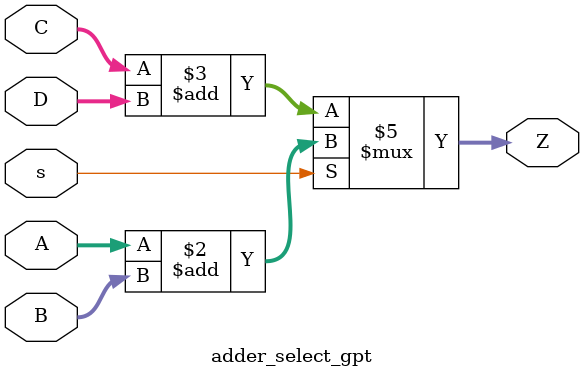
<source format=v>
module adder_select_gpt(
    input wire s,
    input wire [31:0] A, B, C, D,
    output reg [32:0] Z
);

always @* begin
    if (s)
        Z = A + B;
    else
        Z = C + D;
end

endmodule
</source>
